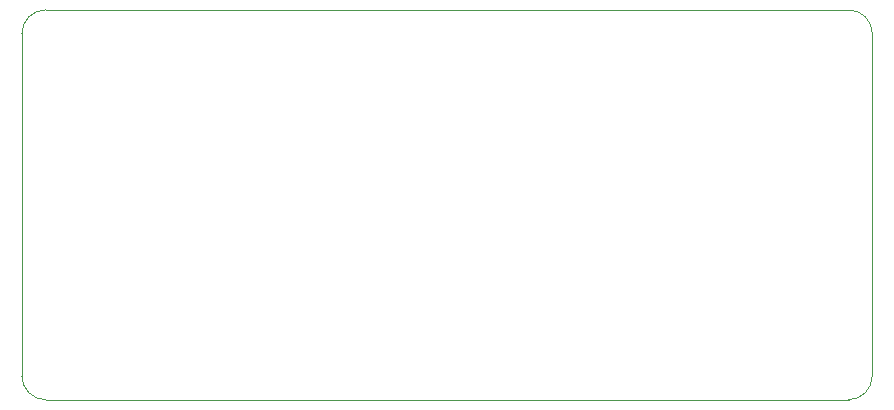
<source format=gbr>
%TF.GenerationSoftware,KiCad,Pcbnew,(6.0.5)*%
%TF.CreationDate,2022-05-17T14:08:41+02:00*%
%TF.ProjectId,i2c_bus_magslide,6932635f-6275-4735-9f6d-6167736c6964,rev?*%
%TF.SameCoordinates,Original*%
%TF.FileFunction,Profile,NP*%
%FSLAX46Y46*%
G04 Gerber Fmt 4.6, Leading zero omitted, Abs format (unit mm)*
G04 Created by KiCad (PCBNEW (6.0.5)) date 2022-05-17 14:08:41*
%MOMM*%
%LPD*%
G01*
G04 APERTURE LIST*
%TA.AperFunction,Profile*%
%ADD10C,0.100000*%
%TD*%
G04 APERTURE END LIST*
D10*
X135000000Y-93000000D02*
X135000000Y-64000000D01*
X205000000Y-95000000D02*
X137000000Y-95000000D01*
X207000000Y-64000000D02*
X207000000Y-93000000D01*
X137000000Y-62000000D02*
X205000000Y-62000000D01*
X135000000Y-93000000D02*
G75*
G03*
X137000000Y-95000000I2000000J0D01*
G01*
X205000000Y-95000000D02*
G75*
G03*
X207000000Y-93000000I0J2000000D01*
G01*
X207000000Y-64000000D02*
G75*
G03*
X205000000Y-62000000I-2000000J0D01*
G01*
X137000000Y-62000000D02*
G75*
G03*
X135000000Y-64000000I0J-2000000D01*
G01*
M02*

</source>
